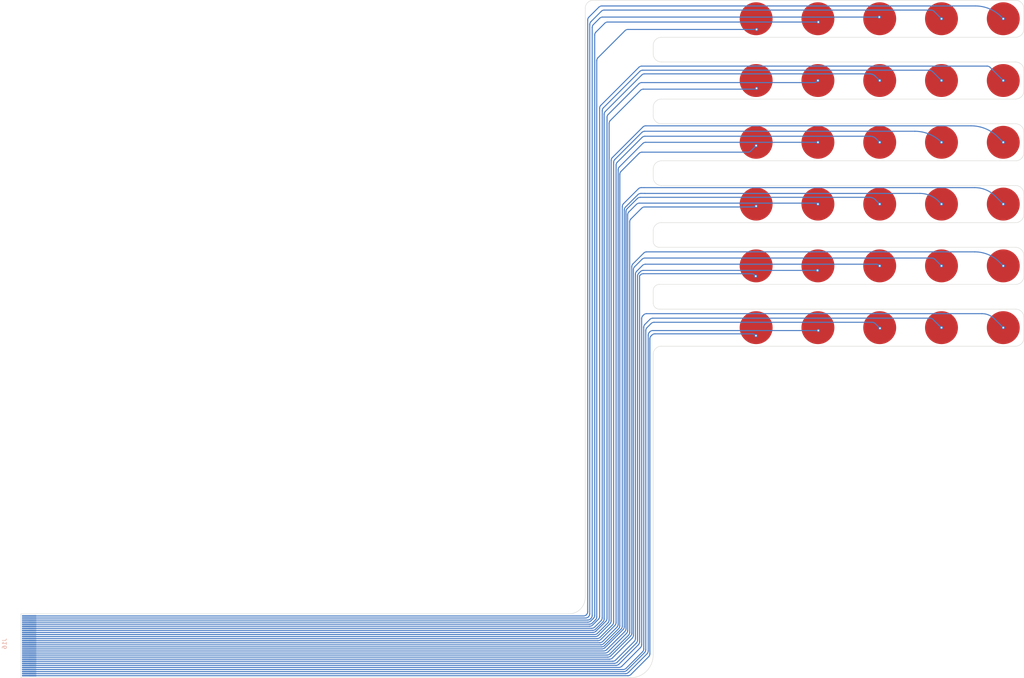
<source format=kicad_pcb>
(kicad_pcb (version 20211014) (generator pcbnew)
  (layers (0 "F.Cu" signal) (31 "B.Cu" signal) (34 "B.Paste" user) (35 "F.Paste" user) (36 "B.SilkS" user "B.Silkscreen") (37 "F.SilkS" user "F.Silkscreen") (38 "B.Mask" user) (39 "F.Mask" user) (44 "Edge.Cuts" user))
  (net 0 "")
  (net 1 "Net-(J1-Pad)")
  (net 2 "Net-(J16-Pad2)")
  (net 3 "Net-(J16-Pad3)")
  (net 4 "Net-(J16-Pad4)")
  (net 5 "Net-(J16-Pad5)")
  (net 6 "Net-(J16-Pad6)")
  (net 7 "Net-(J16-Pad7)")
  (net 8 "Net-(J16-Pad8)")
  (net 9 "Net-(J16-Pad9)")
  (net 10 "Net-(J10-Pad)")
  (net 11 "Net-(J11-Pad)")
  (net 12 "Net-(J12-Pad)")
  (net 13 "Net-(J13-Pad)")
  (net 14 "Net-(J14-Pad)")
  (net 15 "Net-(J15-Pad)")
  (net 16 "Net-(J16-Pad16)")
  (net 17 "Net-(J16-Pad17)")
  (net 18 "Net-(J16-Pad18)")
  (net 19 "Net-(J16-Pad19)")
  (net 20 "Net-(J16-Pad20)")
  (net 21 "Net-(J16-Pad21)")
  (net 22 "Net-(J16-Pad22)")
  (net 23 "Net-(J16-Pad23)")
  (net 24 "Net-(J16-Pad24)")
  (net 25 "Net-(J16-Pad25)")
  (net 26 "Net-(J16-Pad26)")
  (net 27 "Net-(J16-Pad27)")
  (net 28 "Net-(J16-Pad28)")
  (net 29 "Net-(J16-Pad29)")
  (net 30 "Net-(J16-Pad30)")
  (footprint "keigo_custom_footprint:electrode_pad_smd" (layer "F.Cu") (at 275 129.5)
    (fp_text reference "J36" hide)
    (fp_text value "electrode_pad" hide)
    (pad "26" smd circle (at 0 0) (size 8 8) (layers "F.Cu" "F.Mask") (net 26 "Net-(J16-Pad26)"))
  )
  (footprint "keigo_custom_footprint:electrode_pad_smd" (layer "F.Cu") (at 230 54.5)
    (fp_text reference "J3" hide)
    (fp_text value "electrode_pad" hide)
    (pad "4" smd circle (at 0 0) (size 8 8) (layers "F.Cu" "F.Mask") (net 4 "Net-(J16-Pad4)"))
  )
  (footprint "keigo_custom_footprint:electrode_pad_smd" (layer "F.Cu") (at 275 69.5)
    (fp_text reference "J12" hide)
    (fp_text value "electrode_pad" hide)
    (pad "6" smd circle (at 0 0) (size 8 8) (layers "F.Cu" "F.Mask") (net 6 "Net-(J16-Pad6)"))
  )
  (footprint "keigo_custom_footprint:electrode_pad_smd" (layer "F.Cu") (at 230 84.5)
    (fp_text reference "J15" hide)
    (fp_text value "electrode_pad" hide)
    (pad "14" smd circle (at 0 0) (size 8 8) (layers "F.Cu" "F.Mask") (net 14 "Net-(J14-Pad)"))
  )
  (footprint "keigo_custom_footprint:electrode_pad_smd" (layer "F.Cu") (at 275 99.5)
    (fp_text reference "J25" hide)
    (fp_text value "electrode_pad" hide)
    (pad "16" smd circle (at 0 0) (size 8 8) (layers "F.Cu" "F.Mask") (net 16 "Net-(J16-Pad16)"))
  )
  (footprint "keigo_custom_footprint:electrode_pad_smd" (layer "F.Cu") (at 260 129.5)
    (fp_text reference "J35" hide)
    (fp_text value "electrode_pad" hide)
    (pad "27" smd circle (at 0 0) (size 8 8) (layers "F.Cu" "F.Mask") (net 27 "Net-(J16-Pad27)"))
  )
  (footprint "keigo_custom_footprint:electrode_pad_smd" (layer "F.Cu") (at 260 54.5)
    (fp_text reference "J5" hide)
    (fp_text value "electrode_pad" hide)
    (pad "2" smd circle (at 0 0) (size 8 8) (layers "F.Cu" "F.Mask") (net 2 "Net-(J16-Pad2)"))
  )
  (footprint "keigo_custom_footprint:electrode_pad_smd" (layer "F.Cu") (at 245 84.5)
    (fp_text reference "J17" hide)
    (fp_text value "electrode_pad" hide)
    (pad "13" smd circle (at 0 0) (size 8 8) (layers "F.Cu" "F.Mask") (net 13 "Net-(J13-Pad)"))
  )
  (footprint "keigo_custom_footprint:electrode_pad_smd" (layer "F.Cu") (at 230 114.5)
    (fp_text reference "J28" hide)
    (fp_text value "electrode_pad" hide)
    (pad "24" smd circle (at 0 0) (size 8 8) (layers "F.Cu" "F.Mask") (net 24 "Net-(J16-Pad24)"))
  )
  (footprint "keigo_custom_footprint:electrode_pad_smd" (layer "F.Cu") (at 215 84.5)
    (fp_text reference "J14" hide)
    (fp_text value "electrode_pad" hide)
    (pad "15" smd circle (at 0 0) (size 8 8) (layers "F.Cu" "F.Mask") (net 15 "Net-(J15-Pad)"))
  )
  (footprint "keigo_custom_footprint:electrode_pad_smd" (layer "F.Cu") (at 230 69.5)
    (fp_text reference "J9" hide)
    (fp_text value "electrode_pad" hide)
    (pad "9" smd circle (at 0 0) (size 8 8) (layers "F.Cu" "F.Mask") (net 9 "Net-(J16-Pad9)"))
  )
  (footprint "keigo_custom_footprint:electrode_pad_smd" (layer "F.Cu") (at 215 114.5)
    (fp_text reference "J27" hide)
    (fp_text value "electrode_pad" hide)
    (pad "25" smd circle (at 0 0) (size 8 8) (layers "F.Cu" "F.Mask") (net 25 "Net-(J16-Pad25)"))
  )
  (footprint "keigo_custom_footprint:electrode_pad_smd" (layer "F.Cu") (at 215 99.5)
    (fp_text reference "J21" hide)
    (fp_text value "electrode_pad" hide)
    (pad "20" smd circle (at 0 0) (size 8 8) (layers "F.Cu" "F.Mask") (net 20 "Net-(J16-Pad20)"))
  )
  (footprint "keigo_custom_footprint:electrode_pad_smd" (layer "F.Cu") (at 215 129.5)
    (fp_text reference "J32" hide)
    (fp_text value "electrode_pad" hide)
    (pad "30" smd circle (at 0 0) (size 8 8) (layers "F.Cu" "F.Mask") (net 30 "Net-(J16-Pad30)"))
  )
  (footprint "keigo_custom_footprint:electrode_pad_smd" (layer "F.Cu") (at 260 99.5)
    (fp_text reference "J24" hide)
    (fp_text value "electrode_pad" hide)
    (pad "17" smd circle (at 0 0) (size 8 8) (layers "F.Cu" "F.Mask") (net 17 "Net-(J16-Pad17)"))
  )
  (footprint "keigo_custom_footprint:electrode_pad_smd" (layer "F.Cu") (at 230 129.5)
    (fp_text reference "J33" hide)
    (fp_text value "electrode_pad" hide)
    (pad "29" smd circle (at 0 0) (size 8 8) (layers "F.Cu" "F.Mask") (net 29 "Net-(J16-Pad29)"))
  )
  (footprint "keigo_custom_footprint:electrode_pad_smd" (layer "F.Cu") (at 275 84.5)
    (fp_text reference "J19" hide)
    (fp_text value "electrode_pad" hide)
    (pad "11" smd circle (at 0 0) (size 8 8) (layers "F.Cu" "F.Mask") (net 11 "Net-(J11-Pad)"))
  )
  (footprint "keigo_custom_footprint:electrode_pad_smd" (layer "F.Cu") (at 260 84.5)
    (fp_text reference "J18" hide)
    (fp_text value "electrode_pad" hide)
    (pad "12" smd circle (at 0 0) (size 8 8) (layers "F.Cu" "F.Mask") (net 12 "Net-(J12-Pad)"))
  )
  (footprint "keigo_custom_footprint:electrode_pad_smd" (layer "F.Cu") (at 275 114.5)
    (fp_text reference "J31" hide)
    (fp_text value "electrode_pad" hide)
    (pad "21" smd circle (at 0 0) (size 8 8) (layers "F.Cu" "F.Mask") (net 21 "Net-(J16-Pad21)"))
  )
  (footprint "keigo_custom_footprint:electrode_pad_smd" (layer "F.Cu") (at 260 69.5)
    (fp_text reference "J11" hide)
    (fp_text value "electrode_pad" hide)
    (pad "7" smd circle (at 0 0) (size 8 8) (layers "F.Cu" "F.Mask") (net 7 "Net-(J16-Pad7)"))
  )
  (footprint "keigo_custom_footprint:electrode_pad_smd" (layer "F.Cu") (at 230 99.5)
    (fp_text reference "J22" hide)
    (fp_text value "electrode_pad" hide)
    (pad "19" smd circle (at 0 0) (size 8 8) (layers "F.Cu" "F.Mask") (net 19 "Net-(J16-Pad19)"))
  )
  (footprint "keigo_custom_footprint:electrode_pad_smd" (layer "F.Cu") (at 245 129.5)
    (fp_text reference "J34" hide)
    (fp_text value "electrode_pad" hide)
    (pad "28" smd circle (at 0 0) (size 8 8) (layers "F.Cu" "F.Mask") (net 28 "Net-(J16-Pad28)"))
  )
  (footprint "keigo_custom_footprint:electrode_pad_smd" (layer "F.Cu") (at 245 54.5)
    (fp_text reference "J4" hide)
    (fp_text value "electrode_pad" hide)
    (pad "3" smd circle (at 0 0) (size 8 8) (layers "F.Cu" "F.Mask") (net 3 "Net-(J16-Pad3)"))
  )
  (footprint "keigo_custom_footprint:electrode_pad_smd" (layer "F.Cu") (at 260 114.5)
    (fp_text reference "J30" hide)
    (fp_text value "electrode_pad" hide)
    (pad "22" smd circle (at 0 0) (size 8 8) (layers "F.Cu" "F.Mask") (net 22 "Net-(J16-Pad22)"))
  )
  (footprint "keigo_custom_footprint:electrode_pad_smd" (layer "F.Cu") (at 215 69.5)
    (fp_text reference "J8" hide)
    (fp_text value "electrode_pad" hide)
    (pad "10" smd circle (at 0 0) (size 8 8) (layers "F.Cu" "F.Mask") (net 10 "Net-(J10-Pad)"))
  )
  (footprint "keigo_custom_footprint:electrode_pad_smd" (layer "F.Cu") (at 275 54.5)
    (fp_text reference "J6" hide)
    (fp_text value "electrode_pad" hide)
    (pad "1" smd circle (at 0 0) (size 8 8) (layers "F.Cu" "F.Mask") (net 1 "Net-(J1-Pad)"))
  )
  (footprint "keigo_custom_footprint:electrode_pad_smd" (layer "F.Cu") (at 245 114.5)
    (fp_text reference "J29" hide)
    (fp_text value "electrode_pad" hide)
    (pad "23" smd circle (at 0 0) (size 8 8) (layers "F.Cu" "F.Mask") (net 23 "Net-(J16-Pad23)"))
  )
  (footprint "keigo_custom_footprint:electrode_pad_smd" (layer "F.Cu") (at 215 54.5)
    (fp_text reference "J2" hide)
    (fp_text value "electrode_pad" hide)
    (pad "5" smd circle (at 0 0) (size 8 8) (layers "F.Cu" "F.Mask") (net 5 "Net-(J16-Pad5)"))
  )
  (footprint "keigo_custom_footprint:electrode_pad_smd" (layer "F.Cu") (at 245 69.5)
    (fp_text reference "J10" hide)
    (fp_text value "electrode_pad" hide)
    (pad "8" smd circle (at 0 0) (size 8 8) (layers "F.Cu" "F.Mask") (net 8 "Net-(J16-Pad8)"))
  )
  (footprint "keigo_custom_footprint:electrode_pad_smd" (layer "F.Cu") (at 245 99.5)
    (fp_text reference "J23" hide)
    (fp_text value "electrode_pad" hide)
    (pad "18" smd circle (at 0 0) (size 8 8) (layers "F.Cu" "F.Mask") (net 18 "Net-(J16-Pad18)"))
  )
  (footprint "keigo_custom_footprint:flex_hirose_30" (layer "B.Cu") (at 38.5 206.25 -90)
    (fp_text reference "J16" (at 0 6 90 unlocked) (layer "B.SilkS") (effects (justify mirror)))
    (fp_text value "flex_terminal_11")
    (fp_line (start -7.25 2) (end 8.25 2) (layer "Edge.Cuts") (width 0.1))
    (fp_line (start 8.25 2) (end 8.25 -1.75) (layer "Edge.Cuts") (width 0.1))
    (fp_line (start -7.25 -1.75) (end -7.25 2) (layer "Edge.Cuts") (width 0.1))
    (pad "1" smd roundrect (at -6.75 0 90) (size 0.35 3.5) (layers "B.Cu" "B.Paste" "B.Mask") (net 1 "Net-(J1-Pad)"))
    (pad "2" smd roundrect (at -6.25 0 90) (size 0.35 3.5) (layers "B.Cu" "B.Paste" "B.Mask") (net 2 "Net-(J16-Pad2)"))
    (pad "3" smd roundrect (at -5.75 0 90) (size 0.35 3.5) (layers "B.Cu" "B.Paste" "B.Mask") (net 3 "Net-(J16-Pad3)"))
    (pad "4" smd roundrect (at -5.25 0 90) (size 0.35 3.5) (layers "B.Cu" "B.Paste" "B.Mask") (net 4 "Net-(J16-Pad4)"))
    (pad "5" smd roundrect (at -4.75 0 90) (size 0.35 3.5) (layers "B.Cu" "B.Paste" "B.Mask") (net 5 "Net-(J16-Pad5)"))
    (pad "6" smd roundrect (at -4.25 0 90) (size 0.35 3.5) (layers "B.Cu" "B.Paste" "B.Mask") (net 6 "Net-(J16-Pad6)"))
    (pad "7" smd roundrect (at -3.75 0 90) (size 0.35 3.5) (layers "B.Cu" "B.Paste" "B.Mask") (net 7 "Net-(J16-Pad7)"))
    (pad "8" smd roundrect (at -3.25 0 90) (size 0.35 3.5) (layers "B.Cu" "B.Paste" "B.Mask") (net 8 "Net-(J16-Pad8)"))
    (pad "9" smd roundrect (at -2.75 0 90) (size 0.35 3.5) (layers "B.Cu" "B.Paste" "B.Mask") (net 9 "Net-(J16-Pad9)"))
    (pad "10" smd roundrect (at -2.25 0 90) (size 0.35 3.5) (layers "B.Cu" "B.Paste" "B.Mask") (net 10 "Net-(J10-Pad)"))
    (pad "11" smd roundrect (at -1.75 0 90) (size 0.35 3.5) (layers "B.Cu" "B.Paste" "B.Mask") (net 11 "Net-(J11-Pad)"))
    (pad "12" smd roundrect (at -1.25 0 90) (size 0.35 3.5) (layers "B.Cu" "B.Paste" "B.Mask") (net 12 "Net-(J12-Pad)"))
    (pad "13" smd roundrect (at -0.75 0 90) (size 0.35 3.5) (layers "B.Cu" "B.Paste" "B.Mask") (net 13 "Net-(J13-Pad)"))
    (pad "14" smd roundrect (at -0.25 0 90) (size 0.35 3.5) (layers "B.Cu" "B.Paste" "B.Mask") (net 14 "Net-(J14-Pad)"))
    (pad "15" smd roundrect (at 0.25 0 90) (size 0.35 3.5) (layers "B.Cu" "B.Paste" "B.Mask") (net 15 "Net-(J15-Pad)"))
    (pad "16" smd roundrect (at 0.75 0 90) (size 0.35 3.5) (layers "B.Cu" "B.Paste" "B.Mask") (net 16 "Net-(J16-Pad16)"))
    (pad "17" smd roundrect (at 1.25 0 90) (size 0.35 3.5) (layers "B.Cu" "B.Paste" "B.Mask") (net 17 "Net-(J16-Pad17)"))
    (pad "18" smd roundrect (at 1.75 0 90) (size 0.35 3.5) (layers "B.Cu" "B.Paste" "B.Mask") (net 18 "Net-(J16-Pad18)"))
    (pad "19" smd roundrect (at 2.25 0 90) (size 0.35 3.5) (layers "B.Cu" "B.Paste" "B.Mask") (net 19 "Net-(J16-Pad19)"))
    (pad "20" smd roundrect (at 2.75 0 90) (size 0.35 3.5) (layers "B.Cu" "B.Paste" "B.Mask") (net 20 "Net-(J16-Pad20)"))
    (pad "21" smd roundrect (at 3.25 0 90) (size 0.35 3.5) (layers "B.Cu" "B.Paste" "B.Mask") (net 21 "Net-(J16-Pad21)"))
    (pad "22" smd roundrect (at 3.75 0 90) (size 0.35 3.5) (layers "B.Cu" "B.Paste" "B.Mask") (net 22 "Net-(J16-Pad22)"))
    (pad "23" smd roundrect (at 4.25 0 90) (size 0.35 3.5) (layers "B.Cu" "B.Paste" "B.Mask") (net 23 "Net-(J16-Pad23)"))
    (pad "24" smd roundrect (at 4.75 0 90) (size 0.35 3.5) (layers "B.Cu" "B.Paste" "B.Mask") (net 24 "Net-(J16-Pad24)"))
    (pad "25" smd roundrect (at 5.25 0 90) (size 0.35 3.5) (layers "B.Cu" "B.Paste" "B.Mask") (net 25 "Net-(J16-Pad25)"))
    (pad "26" smd roundrect (at 5.75 0 90) (size 0.35 3.5) (layers "B.Cu" "B.Paste" "B.Mask") (net 26 "Net-(J16-Pad26)"))
    (pad "27" smd roundrect (at 6.25 0 90) (size 0.35 3.5) (layers "B.Cu" "B.Paste" "B.Mask") (net 27 "Net-(J16-Pad27)"))
    (pad "28" smd roundrect (at 6.75 0 90) (size 0.35 3.5) (layers "B.Cu" "B.Paste" "B.Mask") (net 28 "Net-(J16-Pad28)"))
    (pad "29" smd roundrect (at 7.25 0 90) (size 0.35 3.5) (layers "B.Cu" "B.Paste" "B.Mask") (net 29 "Net-(J16-Pad29)"))
    (pad "30" smd roundrect (at 7.75 0 90) (size 0.35 3.5) (layers "B.Cu" "B.Paste" "B.Mask") (net 30 "Net-(J16-Pad30)"))
  )
  (gr_arc (start 191.5 125) (mid 190.43934 124.56066) (end 190 123.5) (layer "Edge.Cuts") (width 0.1))
  (gr_arc (start 190 209) (mid 188.389087 212.889087) (end 184.5 214.5) (layer "Edge.Cuts") (width 0.1))
  (gr_line (start 190 106) (end 190 108.5) (layer "Edge.Cuts") (width 0.1))
  (gr_line (start 280 97) (end 280 102) (layer "Edge.Cuts") (width 0.1))
  (gr_arc (start 278 50) (mid 279.414214 50.585786) (end 280 52) (layer "Edge.Cuts") (width 0.1))
  (gr_line (start 175.5 50) (end 278 50) (layer "Edge.Cuts") (width 0.1))
  (gr_line (start 191.5 110) (end 278 110) (layer "Edge.Cuts") (width 0.1))
  (gr_arc (start 278 95) (mid 279.414214 95.585786) (end 280 97) (layer "Edge.Cuts") (width 0.1))
  (gr_line (start 190 61) (end 190 63) (layer "Edge.Cuts") (width 0.1))
  (gr_arc (start 280 102) (mid 279.414214 103.414214) (end 278 104) (layer "Edge.Cuts") (width 0.1))
  (gr_line (start 280 82) (end 280 87) (layer "Edge.Cuts") (width 0.1))
  (gr_line (start 169.5 199) (end 40.25 199) (layer "Edge.Cuts") (width 0.1))
  (gr_arc (start 280 132) (mid 279.414214 133.414214) (end 278 134) (layer "Edge.Cuts") (width 0.1))
  (gr_line (start 190 136) (end 190 209) (layer "Edge.Cuts") (width 0.1))
  (gr_line (start 173.5 195) (end 173.5 52) (layer "Edge.Cuts") (width 0.1))
  (gr_arc (start 173.5 52) (mid 174.085786 50.585786) (end 175.5 50) (layer "Edge.Cuts") (width 0.1))
  (gr_line (start 280 112) (end 280 117) (layer "Edge.Cuts") (width 0.1))
  (gr_line (start 192 80) (end 278 80) (layer "Edge.Cuts") (width 0.1))
  (gr_arc (start 278 110) (mid 279.414214 110.585786) (end 280 112) (layer "Edge.Cuts") (width 0.1))
  (gr_arc (start 280 72) (mid 279.414214 73.414214) (end 278 74) (layer "Edge.Cuts") (width 0.1))
  (gr_arc (start 280 117) (mid 279.414214 118.414214) (end 278 119) (layer "Edge.Cuts") (width 0.1))
  (gr_line (start 190 91) (end 190 93) (layer "Edge.Cuts") (width 0.1))
  (gr_line (start 278 134) (end 192 134) (layer "Edge.Cuts") (width 0.1))
  (gr_line (start 278 119) (end 191.5 119) (layer "Edge.Cuts") (width 0.1))
  (gr_line (start 190 120.5) (end 190 123.5) (layer "Edge.Cuts") (width 0.1))
  (gr_arc (start 278 80) (mid 279.414214 80.585786) (end 280 82) (layer "Edge.Cuts") (width 0.1))
  (gr_line (start 191.5 125) (end 278 125) (layer "Edge.Cuts") (width 0.1))
  (gr_arc (start 190 120.5) (mid 190.43934 119.43934) (end 191.5 119) (layer "Edge.Cuts") (width 0.1))
  (gr_arc (start 280 87) (mid 279.414214 88.414214) (end 278 89) (layer "Edge.Cuts") (width 0.1))
  (gr_arc (start 192 95) (mid 190.585786 94.414214) (end 190 93) (layer "Edge.Cuts") (width 0.1))
  (gr_arc (start 190 136) (mid 190.585786 134.585786) (end 192 134) (layer "Edge.Cuts") (width 0.1))
  (gr_line (start 278 74) (end 192 74) (layer "Edge.Cuts") (width 0.1))
  (gr_arc (start 278 125) (mid 279.414214 125.585786) (end 280 127) (layer "Edge.Cuts") (width 0.1))
  (gr_arc (start 192 65) (mid 190.585786 64.414214) (end 190 63) (layer "Edge.Cuts") (width 0.1))
  (gr_line (start 278 104) (end 192 104) (layer "Edge.Cuts") (width 0.1))
  (gr_arc (start 280 57) (mid 279.414214 58.414214) (end 278 59) (layer "Edge.Cuts") (width 0.1))
  (gr_arc (start 173.5 195) (mid 172.328427 197.828427) (end 169.5 199) (layer "Edge.Cuts") (width 0.1))
  (gr_arc (start 190 106) (mid 190.585786 104.585786) (end 192 104) (layer "Edge.Cuts") (width 0.1))
  (gr_arc (start 190 91) (mid 190.585786 89.585786) (end 192 89) (layer "Edge.Cuts") (width 0.1))
  (gr_line (start 192 95) (end 278 95) (layer "Edge.Cuts") (width 0.1))
  (gr_line (start 280 127) (end 280 132) (layer "Edge.Cuts") (width 0.1))
  (gr_arc (start 190 76) (mid 190.585786 74.585786) (end 192 74) (layer "Edge.Cuts") (width 0.1))
  (gr_line (start 190 76) (end 190 78) (layer "Edge.Cuts") (width 0.1))
  (gr_arc (start 192 80) (mid 190.585786 79.414214) (end 190 78) (layer "Edge.Cuts") (width 0.1))
  (gr_line (start 280 52) (end 280 57) (layer "Edge.Cuts") (width 0.1))
  (gr_arc (start 191.5 110) (mid 190.43934 109.56066) (end 190 108.5) (layer "Edge.Cuts") (width 0.1))
  (gr_line (start 184.5 214.5) (end 40.25 214.5) (layer "Edge.Cuts") (width 0.1))
  (gr_arc (start 190 61) (mid 190.585786 59.585786) (end 192 59) (layer "Edge.Cuts") (width 0.1))
  (gr_line (start 278 59) (end 192 59) (layer "Edge.Cuts") (width 0.1))
  (gr_line (start 278 89) (end 192 89) (layer "Edge.Cuts") (width 0.1))
  (gr_line (start 192 65) (end 278 65) (layer "Edge.Cuts") (width 0.1))
  (gr_arc (start 278 65) (mid 279.414214 65.585786) (end 280 67) (layer "Edge.Cuts") (width 0.1))
  (gr_line (start 280 67) (end 280 72) (layer "Edge.Cuts") (width 0.1))
  (via (at 275 54.5) (size 0.8) (drill 0.4) (layers "F.Cu" "B.Cu") (net 1))
  (segment (start 174.1 198.485786) (end 174.1 54.814214) (width 0.25) (layer "B.Cu") (net 1))
  (segment (start 177.535535 51.392893) (end 268.20123 51.392893) (width 0.25) (layer "B.Cu") (net 1))
  (segment (start 174.392893 54.107107) (end 176.814214 51.685786) (width 0.25) (layer "B.Cu") (net 1))
  (segment (start 38.5 199.5) (end 173.085786 199.5) (width 0.25) (layer "B.Cu") (net 1))
  (segment (start 173.792893 199.207107) (end 173.807107 199.192893) (width 0.25) (layer "B.Cu") (net 1))
  (segment (start 176.814214 51.685786) (end 176.828428 51.685786) (width 0.25) (layer "B.Cu") (net 1))
  (segment (start 274.503294 54.003294) (end 275 54.5) (width 0.25) (layer "B.Cu") (net 1))
  (arc (start 173.085786 199.5) (mid 173.468469 199.42388) (end 173.792893 199.207107) (width 0.25) (layer "B.Cu") (net 1))
  (arc (start 268.20123 51.392893) (mid 271.611883 52.071314) (end 274.503294 54.003294) (width 0.25) (layer "B.Cu") (net 1))
  (arc (start 176.828428 51.685786) (mid 177.152844 51.469002) (end 177.535535 51.392893) (width 0.25) (layer "B.Cu") (net 1))
  (arc (start 173.807107 199.192893) (mid 174.023875 198.868469) (end 174.1 198.485786) (width 0.25) (layer "B.Cu") (net 1))
  (arc (start 174.392893 54.107107) (mid 174.17612 54.43153) (end 174.1 54.814214) (width 0.25) (layer "B.Cu") (net 1))
  (via (at 260 54.5) (size 0.8) (drill 0.4) (layers "F.Cu" "B.Cu") (net 2))
  (segment (start 174.307107 199.692893) (end 174.292893 199.707107) (width 0.25) (layer "B.Cu") (net 2))
  (segment (start 175 55.1) (end 174.892893 55.207107) (width 0.25) (layer "B.Cu") (net 2))
  (segment (start 173.585786 200) (end 38.5 200) (width 0.25) (layer "B.Cu") (net 2))
  (segment (start 260 54.5) (end 258.192893 52.692893) (width 0.25) (layer "B.Cu") (net 2))
  (segment (start 177.407107 52.692893) (end 174.992893 55.107107) (width 0.25) (layer "B.Cu") (net 2))
  (segment (start 257.485786 52.4) (end 178.114214 52.4) (width 0.25) (layer "B.Cu") (net 2))
  (segment (start 174.6 55.914214) (end 174.6 198.985786) (width 0.25) (layer "B.Cu") (net 2))
  (arc (start 258.192893 52.692893) (mid 257.868469 52.47612) (end 257.485786 52.4) (width 0.25) (layer "B.Cu") (net 2))
  (arc (start 174.292893 199.707107) (mid 173.96847 199.92388) (end 173.585786 200) (width 0.25) (layer "B.Cu") (net 2))
  (arc (start 178.114214 52.4) (mid 177.731531 52.47612) (end 177.407107 52.692893) (width 0.25) (layer "B.Cu") (net 2))
  (arc (start 174.6 55.914214) (mid 174.67612 55.531531) (end 174.892893 55.207107) (width 0.25) (layer "B.Cu") (net 2))
  (arc (start 174.6 198.985786) (mid 174.52388 199.36847) (end 174.307107 199.692893) (width 0.25) (layer "B.Cu") (net 2))
  (via (at 244.9 54.1) (size 0.8) (drill 0.4) (layers "F.Cu" "B.Cu") (net 3))
  (segment (start 175.492893 55.907107) (end 177.007107 54.392893) (width 0.25) (layer "B.Cu") (net 3))
  (segment (start 177.714214 54.1) (end 244.9 54.1) (width 0.25) (layer "B.Cu") (net 3))
  (segment (start 174.792893 200.207107) (end 174.907107 200.092893) (width 0.25) (layer "B.Cu") (net 3))
  (segment (start 175.2 199.385786) (end 175.2 56.614214) (width 0.25) (layer "B.Cu") (net 3))
  (segment (start 38.5 200.5) (end 174.085786 200.5) (width 0.25) (layer "B.Cu") (net 3))
  (arc (start 174.085786 200.5) (mid 174.468469 200.42388) (end 174.792893 200.207107) (width 0.25) (layer "B.Cu") (net 3))
  (arc (start 175.2 56.614214) (mid 175.27612 56.231531) (end 175.492893 55.907107) (width 0.25) (layer "B.Cu") (net 3))
  (arc (start 177.714214 54.1) (mid 177.331531 54.17612) (end 177.007107 54.392893) (width 0.25) (layer "B.Cu") (net 3))
  (arc (start 175.2 199.385786) (mid 175.12388 199.768469) (end 174.907107 200.092893) (width 0.25) (layer "B.Cu") (net 3))
  (via (at 230.1 55.3) (size 0.8) (drill 0.4) (layers "F.Cu" "B.Cu") (net 4))
  (segment (start 38.5 201) (end 174.150766 201) (width 0.25) (layer "B.Cu") (net 4))
  (segment (start 175.8 199.350766) (end 175.8 58.452641) (width 0.25) (layer "B.Cu") (net 4))
  (segment (start 178.952641 55.3) (end 230.1 55.3) (width 0.25) (layer "B.Cu") (net 4))
  (segment (start 174.857873 200.707107) (end 175.507107 200.057873) (width 0.25) (layer "B.Cu") (net 4))
  (segment (start 176.092893 57.745534) (end 178.245534 55.592893) (width 0.25) (layer "B.Cu") (net 4))
  (arc (start 174.150766 201) (mid 174.533449 200.92388) (end 174.857873 200.707107) (width 0.25) (layer "B.Cu") (net 4))
  (arc (start 175.507107 200.057873) (mid 175.72388 199.73345) (end 175.8 199.350766) (width 0.25) (layer "B.Cu") (net 4))
  (arc (start 176.092893 57.745534) (mid 175.87612 58.069957) (end 175.8 58.452641) (width 0.25) (layer "B.Cu") (net 4))
  (arc (start 178.245534 55.592893) (mid 178.569957 55.37612) (end 178.952641 55.3) (width 0.25) (layer "B.Cu") (net 4))
  (via (at 215.1 57.1) (size 0.8) (drill 0.4) (layers "F.Cu" "B.Cu") (net 5))
  (segment (start 176.3 199.720806) (end 176.3 64.672641) (width 0.25) (layer "B.Cu") (net 5))
  (segment (start 176.592893 63.965534) (end 183.165534 57.392893) (width 0.25) (layer "B.Cu") (net 5))
  (segment (start 183.872641 57.1) (end 215.1 57.1) (width 0.25) (layer "B.Cu") (net 5))
  (segment (start 38.5 201.5) (end 174.520806 201.5) (width 0.25) (layer "B.Cu") (net 5))
  (segment (start 175.227913 201.207107) (end 176.007107 200.427913) (width 0.25) (layer "B.Cu") (net 5))
  (arc (start 176.007107 200.427913) (mid 176.22388 200.10349) (end 176.3 199.720806) (width 0.25) (layer "B.Cu") (net 5))
  (arc (start 183.872641 57.1) (mid 183.489958 57.17612) (end 183.165534 57.392893) (width 0.25) (layer "B.Cu") (net 5))
  (arc (start 176.3 64.672641) (mid 176.37612 64.289958) (end 176.592893 63.965534) (width 0.25) (layer "B.Cu") (net 5))
  (arc (start 174.520806 201.5) (mid 174.903489 201.42388) (end 175.227913 201.207107) (width 0.25) (layer "B.Cu") (net 5))
  (via (at 275 69.5) (size 0.8) (drill 0.4) (layers "F.Cu" "B.Cu") (net 6))
  (segment (start 174.585786 202) (end 38.5 202) (width 0.25) (layer "B.Cu") (net 6))
  (segment (start 186.525534 66.292893) (end 177.292893 75.525534) (width 0.25) (layer "B.Cu") (net 6))
  (segment (start 275 69.5) (end 271.792893 66.292893) (width 0.25) (layer "B.Cu") (net 6))
  (segment (start 177 76.232641) (end 177 199.585786) (width 0.25) (layer "B.Cu") (net 6))
  (segment (start 176.707107 200.292893) (end 175.292893 201.707107) (width 0.25) (layer "B.Cu") (net 6))
  (segment (start 271.085786 66) (end 187.232641 66) (width 0.25) (layer "B.Cu") (net 6))
  (arc (start 271.792893 66.292893) (mid 271.46847 66.07612) (end 271.085786 66) (width 0.25) (layer "B.Cu") (net 6))
  (arc (start 176.707107 200.292893) (mid 176.92388 199.96847) (end 177 199.585786) (width 0.25) (layer "B.Cu") (net 6))
  (arc (start 175.292893 201.707107) (mid 174.96847 201.92388) (end 174.585786 202) (width 0.25) (layer "B.Cu") (net 6))
  (arc (start 177.292893 75.525534) (mid 177.07612 75.849957) (end 177 76.232641) (width 0.25) (layer "B.Cu") (net 6))
  (arc (start 186.525534 66.292893) (mid 186.849957 66.07612) (end 187.232641 66) (width 0.25) (layer "B.Cu") (net 6))
  (via (at 260 69.5) (size 0.8) (drill 0.4) (layers "F.Cu" "B.Cu") (net 7))
  (segment (start 260 69.5) (end 257.792893 67.292893) (width 0.25) (layer "B.Cu") (net 7))
  (segment (start 186.745534 67.292893) (end 177.928412 76.110015) (width 0.25) (layer "B.Cu") (net 7))
  (segment (start 177.342626 200.657374) (end 175.792893 202.207107) (width 0.25) (layer "B.Cu") (net 7))
  (segment (start 175.085786 202.5) (end 38.5 202.5) (width 0.25) (layer "B.Cu") (net 7))
  (segment (start 257.085786 67) (end 187.452641 67) (width 0.25) (layer "B.Cu") (net 7))
  (segment (start 177.635519 76.817122) (end 177.635519 199.950267) (width 0.25) (layer "B.Cu") (net 7))
  (arc (start 186.745534 67.292893) (mid 187.069957 67.07612) (end 187.452641 67) (width 0.25) (layer "B.Cu") (net 7))
  (arc (start 177.928412 76.110015) (mid 177.711639 76.434438) (end 177.635519 76.817122) (width 0.25) (layer "B.Cu") (net 7))
  (arc (start 175.085786 202.5) (mid 175.468469 202.42388) (end 175.792893 202.207107) (width 0.25) (layer "B.Cu") (net 7))
  (arc (start 257.792893 67.292893) (mid 257.46847 67.07612) (end 257.085786 67) (width 0.25) (layer "B.Cu") (net 7))
  (arc (start 177.635519 199.950267) (mid 177.559399 200.33295) (end 177.342626 200.657374) (width 0.25) (layer "B.Cu") (net 7))
  (via (at 245 69.5) (size 0.8) (drill 0.4) (layers "F.Cu" "B.Cu") (net 8))
  (segment (start 178.1 77.702641) (end 178.1 200.220806) (width 0.25) (layer "B.Cu") (net 8))
  (segment (start 243.825638 68.33909) (end 243.716031 68.254988) (width 0.25) (layer "B.Cu") (net 8))
  (segment (start 175.320806 203) (end 38.5 203) (width 0.25) (layer "B.Cu") (net 8))
  (segment (start 177.807107 200.927913) (end 176.027913 202.707107) (width 0.25) (layer "B.Cu") (net 8))
  (segment (start 243.131903 67.966935) (end 243.005524 67.933074) (width 0.25) (layer "B.Cu") (net 8))
  (segment (start 187.215534 68.172893) (end 178.392893 76.995534) (width 0.25) (layer "B.Cu") (net 8))
  (segment (start 243.376645 68.059048) (end 243.255772 68.008982) (width 0.25) (layer "B.Cu") (net 8))
  (segment (start 242.544219 67.88) (end 187.922641 67.88) (width 0.25) (layer "B.Cu") (net 8))
  (segment (start 242.877235 67.907558) (end 242.740191 67.889517) (width 0.25) (layer "B.Cu") (net 8))
  (segment (start 243.960552 68.460703) (end 243.9136 68.415102) (width 0.25) (layer "B.Cu") (net 8))
  (segment (start 243.607272 68.182319) (end 243.493965 68.116902) (width 0.25) (layer "B.Cu") (net 8))
  (segment (start 242.624387 67.881071) (end 242.558926 67.880108) (width 0.25) (layer "B.Cu") (net 8))
  (segment (start 245 69.5) (end 243.970946 68.470946) (width 0.25) (layer "B.Cu") (net 8))
  (arc (start 187.215534 68.172893) (mid 187.539957 67.95612) (end 187.922641 67.88) (width 0.25) (layer "B.Cu") (net 8))
  (arc (start 178.1 200.220806) (mid 178.02388 200.603489) (end 177.807107 200.927913) (width 0.25) (layer "B.Cu") (net 8))
  (arc (start 243.376645 68.059048) (mid 243.436252 68.086055) (end 243.493965 68.116902) (width 0.25) (layer "B.Cu") (net 8))
  (arc (start 243.970946 68.470946) (mid 243.965768 68.465805) (end 243.960552 68.460703) (width 0.25) (layer "B.Cu") (net 8))
  (arc (start 243.255772 68.008982) (mid 243.194526 67.985931) (end 243.131903 67.966935) (width 0.25) (layer "B.Cu") (net 8))
  (arc (start 242.558926 67.880108) (mid 242.551573 67.880027) (end 242.544219 67.88) (width 0.25) (layer "B.Cu") (net 8))
  (arc (start 176.027913 202.707107) (mid 175.70349 202.92388) (end 175.320806 203) (width 0.25) (layer "B.Cu") (net 8))
  (arc (start 178.392893 76.995534) (mid 178.17612 77.319957) (end 178.1 77.702641) (width 0.25) (layer "B.Cu") (net 8))
  (arc (start 243.716031 68.254988) (mid 243.662841 68.216873) (end 243.607272 68.182319) (width 0.25) (layer "B.Cu") (net 8))
  (arc (start 242.740191 67.889517) (mid 242.682412 67.883612) (end 242.624387 67.881071) (width 0.25) (layer "B.Cu") (net 8))
  (arc (start 243.825638 68.33909) (mid 243.870725 68.375817) (end 243.9136 68.415102) (width 0.25) (layer "B.Cu") (net 8))
  (arc (start 242.877235 67.907558) (mid 242.941797 67.918216) (end 243.005524 67.933074) (width 0.25) (layer "B.Cu") (net 8))
  (via (at 230 69.5) (size 0.8) (drill 0.4) (layers "F.Cu" "B.Cu") (net 9))
  (segment (start 175.385786 203.5) (end 38.5 203.5) (width 0.25) (layer "B.Cu") (net 9))
  (segment (start 178.507107 200.792893) (end 176.092893 203.207107) (width 0.25) (layer "B.Cu") (net 9))
  (segment (start 178.8 78.432641) (end 178.8 200.085786) (width 0.25) (layer "B.Cu") (net 9))
  (segment (start 230 69.5) (end 229.792893 69.707107) (width 0.25) (layer "B.Cu") (net 9))
  (segment (start 186.525534 70.292893) (end 179.092893 77.725534) (width 0.25) (layer "B.Cu") (net 9))
  (segment (start 229.085786 70) (end 187.232641 70) (width 0.25) (layer "B.Cu") (net 9))
  (arc (start 229.792893 69.707107) (mid 229.46847 69.92388) (end 229.085786 70) (width 0.25) (layer "B.Cu") (net 9))
  (arc (start 179.092893 77.725534) (mid 178.87612 78.049957) (end 178.8 78.432641) (width 0.25) (layer "B.Cu") (net 9))
  (arc (start 178.507107 200.792893) (mid 178.72388 200.46847) (end 178.8 200.085786) (width 0.25) (layer "B.Cu") (net 9))
  (arc (start 187.232641 70) (mid 186.849958 70.07612) (end 186.525534 70.292893) (width 0.25) (layer "B.Cu") (net 9))
  (arc (start 176.092893 203.207107) (mid 175.76847 203.42388) (end 175.385786 203.5) (width 0.25) (layer "B.Cu") (net 9))
  (via (at 215.1 71.4) (size 0.8) (drill 0.4) (layers "F.Cu" "B.Cu") (net 10))
  (segment (start 214.9 71.6) (end 215.1 71.4) (width 0.25) (layer "B.Cu") (net 10))
  (segment (start 176.492893 203.707107) (end 179.007107 201.192893) (width 0.25) (layer "B.Cu") (net 10))
  (segment (start 38.5 204) (end 175.785786 204) (width 0.25) (layer "B.Cu") (net 10))
  (segment (start 187.612641 71.6) (end 214.9 71.6) (width 0.25) (layer "B.Cu") (net 10))
  (segment (start 179.592893 79.205534) (end 186.905534 71.892893) (width 0.25) (layer "B.Cu") (net 10))
  (segment (start 179.3 200.485786) (end 179.3 79.912641) (width 0.25) (layer "B.Cu") (net 10))
  (segment (start 214.875831 71.4) (end 215.1 71.4) (width 0.25) (layer "B.Cu") (net 10))
  (arc (start 179.3 79.912641) (mid 179.37612 79.529958) (end 179.592893 79.205534) (width 0.25) (layer "B.Cu") (net 10))
  (arc (start 179.3 200.485786) (mid 179.22388 200.868469) (end 179.007107 201.192893) (width 0.25) (layer "B.Cu") (net 10))
  (arc (start 187.612641 71.6) (mid 187.229958 71.67612) (end 186.905534 71.892893) (width 0.25) (layer "B.Cu") (net 10))
  (arc (start 176.492893 203.707107) (mid 176.16847 203.92388) (end 175.785786 204) (width 0.25) (layer "B.Cu") (net 10))
  (via (at 275 84.5) (size 0.8) (drill 0.4) (layers "F.Cu" "B.Cu") (net 11))
  (segment (start 188.202641 80.5) (end 267.162479 80.5) (width 0.25) (layer "B.Cu") (net 11))
  (segment (start 38.5 204.5) (end 175.985786 204.5) (width 0.25) (layer "B.Cu") (net 11))
  (segment (start 180.092893 88.195534) (end 187.495534 80.792893) (width 0.25) (layer "B.Cu") (net 11))
  (segment (start 179.8 200.685786) (end 179.8 88.902641) (width 0.25) (layer "B.Cu") (net 11))
  (segment (start 273.713537 83.213537) (end 275 84.5) (width 0.25) (layer "B.Cu") (net 11))
  (segment (start 176.692893 204.207107) (end 179.507107 201.392893) (width 0.25) (layer "B.Cu") (net 11))
  (arc (start 179.507107 201.392893) (mid 179.72388 201.06847) (end 179.8 200.685786) (width 0.25) (layer "B.Cu") (net 11))
  (arc (start 188.202641 80.5) (mid 187.819958 80.57612) (end 187.495534 80.792893) (width 0.25) (layer "B.Cu") (net 11))
  (arc (start 176.692893 204.207107) (mid 176.36847 204.42388) (end 175.985786 204.5) (width 0.25) (layer "B.Cu") (net 11))
  (arc (start 267.162479 80.5) (mid 270.707886 81.205225) (end 273.713537 83.213537) (width 0.25) (layer "B.Cu") (net 11))
  (arc (start 180.092893 88.195534) (mid 179.87612 88.519957) (end 179.8 88.902641) (width 0.25) (layer "B.Cu") (net 11))
  (via (at 260 84.5) (size 0.8) (drill 0.4) (layers "F.Cu" "B.Cu") (net 12))
  (segment (start 187.245534 82.112893) (end 180.692893 88.665534) (width 0.25) (layer "B.Cu") (net 12))
  (segment (start 180.4 89.372641) (end 180.4 200.985786) (width 0.25) (layer "B.Cu") (net 12))
  (segment (start 253.529873 81.82) (end 187.952641 81.82) (width 0.25) (layer "B.Cu") (net 12))
  (segment (start 180.107107 201.692893) (end 177.092893 204.707107) (width 0.25) (layer "B.Cu") (net 12))
  (segment (start 176.385786 205) (end 38.5 205) (width 0.25) (layer "B.Cu") (net 12))
  (arc (start 260 84.5) (mid 257.031493 82.516516) (end 253.529873 81.82) (width 0.25) (layer "B.Cu") (net 12))
  (arc (start 180.4 200.985786) (mid 180.32388 201.368469) (end 180.107107 201.692893) (width 0.25) (layer "B.Cu") (net 12))
  (arc (start 187.952641 81.82) (mid 187.569958 81.89612) (end 187.245534 82.112893) (width 0.25) (layer "B.Cu") (net 12))
  (arc (start 176.385786 205) (mid 176.768469 204.92388) (end 177.092893 204.707107) (width 0.25) (layer "B.Cu") (net 12))
  (arc (start 180.4 89.372641) (mid 180.47612 88.989958) (end 180.692893 88.665534) (width 0.25) (layer "B.Cu") (net 12))
  (via (at 245 84.5) (size 0.8) (drill 0.4) (layers "F.Cu" "B.Cu") (net 13))
  (segment (start 242.701573 83.03) (end 188.002641 83.03) (width 0.25) (layer "B.Cu") (net 13))
  (segment (start 180.707107 201.792893) (end 177.292893 205.207107) (width 0.25) (layer "B.Cu") (net 13))
  (segment (start 245 84.5) (end 244.115787 83.615787) (width 0.25) (layer "B.Cu") (net 13))
  (segment (start 181 90.032641) (end 181 201.085786) (width 0.25) (layer "B.Cu") (net 13))
  (segment (start 176.585786 205.5) (end 38.5 205.5) (width 0.25) (layer "B.Cu") (net 13))
  (segment (start 187.295534 83.322893) (end 181.292893 89.325534) (width 0.25) (layer "B.Cu") (net 13))
  (arc (start 244.115787 83.615787) (mid 243.46694 83.182241) (end 242.701573 83.03) (width 0.25) (layer "B.Cu") (net 13))
  (arc (start 176.585786 205.5) (mid 176.968469 205.42388) (end 177.292893 205.207107) (width 0.25) (layer "B.Cu") (net 13))
  (arc (start 180.707107 201.792893) (mid 180.92388 201.46847) (end 181 201.085786) (width 0.25) (layer "B.Cu") (net 13))
  (arc (start 181.292893 89.325534) (mid 181.07612 89.649957) (end 181 90.032641) (width 0.25) (layer "B.Cu") (net 13))
  (arc (start 187.295534 83.322893) (mid 187.619957 83.10612) (end 188.002641 83.03) (width 0.25) (layer "B.Cu") (net 13))
  (via (at 230 84.5) (size 0.8) (drill 0.4) (layers "F.Cu" "B.Cu") (net 14))
  (segment (start 181.5 91.177661) (end 181.5 201.525866) (width 0.25) (layer "B.Cu") (net 14))
  (segment (start 177.025866 206) (end 38.5 206) (width 0.25) (layer "B.Cu") (net 14))
  (segment (start 187.470554 84.792893) (end 181.792893 90.470554) (width 0.25) (layer "B.Cu") (net 14))
  (segment (start 230 84.5) (end 188.177661 84.5) (width 0.25) (layer "B.Cu") (net 14))
  (segment (start 181.207107 202.232973) (end 177.732973 205.707107) (width 0.25) (layer "B.Cu") (net 14))
  (arc (start 181.792893 90.470554) (mid 181.57612 90.794977) (end 181.5 91.177661) (width 0.25) (layer "B.Cu") (net 14))
  (arc (start 177.025866 206) (mid 177.408549 205.92388) (end 177.732973 205.707107) (width 0.25) (layer "B.Cu") (net 14))
  (arc (start 188.177661 84.5) (mid 187.794978 84.57612) (end 187.470554 84.792893) (width 0.25) (layer "B.Cu") (net 14))
  (arc (start 181.5 201.525866) (mid 181.42388 201.908549) (end 181.207107 202.232973) (width 0.25) (layer "B.Cu") (net 14))
  (via (at 215 85.3045) (size 0.8) (drill 0.4) (layers "F.Cu" "B.Cu") (net 15))
  (segment (start 215 85.3045) (end 213.697393 86.607107) (width 0.25) (layer "B.Cu") (net 15))
  (segment (start 177.285786 206.5) (end 38.5 206.5) (width 0.25) (layer "B.Cu") (net 15))
  (segment (start 186.565534 87.192893) (end 182.192893 91.565534) (width 0.25) (layer "B.Cu") (net 15))
  (segment (start 181.607107 202.592893) (end 177.992893 206.207107) (width 0.25) (layer "B.Cu") (net 15))
  (segment (start 181.9 92.272641) (end 181.9 201.885786) (width 0.25) (layer "B.Cu") (net 15))
  (segment (start 212.990286 86.9) (end 187.272641 86.9) (width 0.25) (layer "B.Cu") (net 15))
  (arc (start 181.9 201.885786) (mid 181.82388 202.268469) (end 181.607107 202.592893) (width 0.25) (layer "B.Cu") (net 15))
  (arc (start 187.272641 86.9) (mid 186.889958 86.97612) (end 186.565534 87.192893) (width 0.25) (layer "B.Cu") (net 15))
  (arc (start 177.285786 206.5) (mid 177.668469 206.42388) (end 177.992893 206.207107) (width 0.25) (layer "B.Cu") (net 15))
  (arc (start 181.9 92.272641) (mid 181.97612 91.889958) (end 182.192893 91.565534) (width 0.25) (layer "B.Cu") (net 15))
  (arc (start 213.697393 86.607107) (mid 213.37297 86.82388) (end 212.990286 86.9) (width 0.25) (layer "B.Cu") (net 15))
  (via (at 275 99.5) (size 0.8) (drill 0.4) (layers "F.Cu" "B.Cu") (net 16))
  (segment (start 38.5 207) (end 177.485786 207) (width 0.25) (layer "B.Cu") (net 16))
  (segment (start 187.828427 95.5) (end 268.064096 95.5) (width 0.25) (layer "B.Cu") (net 16))
  (segment (start 182.5 201.985786) (end 182.5 100.114214) (width 0.25) (layer "B.Cu") (net 16))
  (segment (start 273.075997 97.575997) (end 275 99.5) (width 0.25) (layer "B.Cu") (net 16))
  (segment (start 187.114214 95.5) (end 187.8 95.5) (width 0.25) (layer "B.Cu") (net 16))
  (segment (start 178.192893 206.707107) (end 182.207107 202.692893) (width 0.25) (layer "B.Cu") (net 16))
  (segment (start 182.792893 99.407107) (end 186.407107 95.792893) (width 0.25) (layer "B.Cu") (net 16))
  (arc (start 182.792893 99.407107) (mid 182.57612 99.73153) (end 182.5 100.114214) (width 0.25) (layer "B.Cu") (net 16))
  (arc (start 177.485786 207) (mid 177.868469 206.92388) (end 178.192893 206.707107) (width 0.25) (layer "B.Cu") (net 16))
  (arc (start 182.207107 202.692893) (mid 182.42388 202.36847) (end 182.5 201.985786) (width 0.25) (layer "B.Cu") (net 16))
  (arc (start 187.114214 95.5) (mid 186.731531 95.57612) (end 186.407107 95.792893) (width 0.25) (layer "B.Cu") (net 16))
  (arc (start 273.075997 97.575997) (mid 270.776517 96.039534) (end 268.064096 95.5) (width 0.25) (layer "B.Cu") (net 16))
  (via (at 260 99.5) (size 0.8) (drill 0.4) (layers "F.Cu" "B.Cu") (net 17))
  (segment (start 187.968427 96.91) (end 254.746415 96.91) (width 0.25) (layer "B.Cu") (net 17))
  (segment (start 183 202.085786) (end 183 100.914214) (width 0.25) (layer "B.Cu") (net 17))
  (segment (start 38.5 207.5) (end 177.585786 207.5) (width 0.25) (layer "B.Cu") (net 17))
  (segment (start 259.293438 98.793438) (end 260 99.5) (width 0.25) (layer "B.Cu") (net 17))
  (segment (start 183.292893 100.207107) (end 186.307107 97.192893) (width 0.25) (layer "B.Cu") (net 17))
  (segment (start 187.014214 96.9) (end 188 96.9) (width 0.25) (layer "B.Cu") (net 17))
  (segment (start 178.292893 207.207107) (end 182.707107 202.792893) (width 0.25) (layer "B.Cu") (net 17))
  (arc (start 183 202.085786) (mid 182.92388 202.468469) (end 182.707107 202.792893) (width 0.25) (layer "B.Cu") (net 17))
  (arc (start 186.307107 97.192893) (mid 186.63153 96.97612) (end 187.014214 96.9) (width 0.25) (layer "B.Cu") (net 17))
  (arc (start 177.585786 207.5) (mid 177.968469 207.42388) (end 178.292893 207.207107) (width 0.25) (layer "B.Cu") (net 17))
  (arc (start 183 100.914214) (mid 183.07612 100.531531) (end 183.292893 100.207107) (width 0.25) (layer "B.Cu") (net 17))
  (arc (start 254.746415 96.91) (mid 257.207246 97.39949) (end 259.293438 98.793438) (width 0.25) (layer "B.Cu") (net 17))
  (via (at 245 99.5) (size 0.8) (drill 0.4) (layers "F.Cu" "B.Cu") (net 18))
  (segment (start 183.4 101.314214) (end 183.4 202.585786) (width 0.25) (layer "B.Cu") (net 18))
  (segment (start 177.985786 208) (end 38.5 208) (width 0.25) (layer "B.Cu") (net 18))
  (segment (start 245 99.5) (end 243.945787 98.445787) (width 0.25) (layer "B.Cu") (net 18))
  (segment (start 242.531573 97.86) (end 186.854214 97.86) (width 0.25) (layer "B.Cu") (net 18))
  (segment (start 183.107107 203.292893) (end 178.692893 207.707107) (width 0.25) (layer "B.Cu") (net 18))
  (segment (start 186.147107 98.152893) (end 183.692893 100.607107) (width 0.25) (layer "B.Cu") (net 18))
  (arc (start 183.4 101.314214) (mid 183.47612 100.931531) (end 183.692893 100.607107) (width 0.25) (layer "B.Cu") (net 18))
  (arc (start 183.4 202.585786) (mid 183.32388 202.968469) (end 183.107107 203.292893) (width 0.25) (layer "B.Cu") (net 18))
  (arc (start 177.985786 208) (mid 178.368469 207.92388) (end 178.692893 207.707107) (width 0.25) (layer "B.Cu") (net 18))
  (arc (start 186.854214 97.86) (mid 186.471531 97.93612) (end 186.147107 98.152893) (width 0.25) (layer "B.Cu") (net 18))
  (arc (start 243.945787 98.445787) (mid 243.29694 98.012241) (end 242.531573 97.86) (width 0.25) (layer "B.Cu") (net 18))
  (via (at 230 99.5) (size 0.8) (drill 0.4) (layers "F.Cu" "B.Cu") (net 19))
  (segment (start 230 99.5) (end 229.77 99.27) (width 0.25) (layer "B.Cu") (net 19))
  (segment (start 185.937107 99.562893) (end 184.092394 101.407606) (width 0.25) (layer "B.Cu") (net 19))
  (segment (start 183.799501 102.114713) (end 183.799501 203.051265) (width 0.25) (layer "B.Cu") (net 19))
  (segment (start 183.506608 203.758372) (end 179.057873 208.207107) (width 0.25) (layer "B.Cu") (net 19))
  (segment (start 229.77 99.27) (end 186.644214 99.27) (width 0.25) (layer "B.Cu") (net 19))
  (segment (start 178.350766 208.5) (end 38.5 208.5) (width 0.25) (layer "B.Cu") (net 19))
  (arc (start 183.799501 203.051265) (mid 183.723381 203.433948) (end 183.506608 203.758372) (width 0.25) (layer "B.Cu") (net 19))
  (arc (start 185.937107 99.562893) (mid 186.26153 99.34612) (end 186.644214 99.27) (width 0.25) (layer "B.Cu") (net 19))
  (arc (start 178.350766 208.5) (mid 178.733449 208.42388) (end 179.057873 208.207107) (width 0.25) (layer "B.Cu") (net 19))
  (arc (start 184.092394 101.407606) (mid 183.875621 101.732029) (end 183.799501 102.114713) (width 0.25) (layer "B.Cu") (net 19))
  (via (at 215 99.9945) (size 0.8) (drill 0.4) (layers "F.Cu" "B.Cu") (net 20))
  (segment (start 184.3 203.485786) (end 184.3 103.814214) (width 0.25) (layer "B.Cu") (net 20))
  (segment (start 38.5 209) (end 178.785786 209) (width 0.25) (layer "B.Cu") (net 20))
  (segment (start 187.16 100.55) (end 187.217107 100.492893) (width 0.25) (layer "B.Cu") (net 20))
  (segment (start 179.492893 208.707107) (end 184.007107 204.192893) (width 0.25) (layer "B.Cu") (net 20))
  (segment (start 184.592893 103.107107) (end 187.15 100.55) (width 0.25) (layer "B.Cu") (net 20))
  (segment (start 187.924214 100.2) (end 214.7945 100.2) (width 0.25) (layer "B.Cu") (net 20))
  (segment (start 214.7945 100.2) (end 215 99.9945) (width 0.25) (layer "B.Cu") (net 20))
  (arc (start 179.492893 208.707107) (mid 179.16847 208.92388) (end 178.785786 209) (width 0.25) (layer "B.Cu") (net 20))
  (arc (start 184.3 203.485786) (mid 184.22388 203.868469) (end 184.007107 204.192893) (width 0.25) (layer "B.Cu") (net 20))
  (arc (start 187.217107 100.492893) (mid 187.541531 100.27612) (end 187.924214 100.2) (width 0.25) (layer "B.Cu") (net 20))
  (arc (start 184.3 103.814214) (mid 184.37612 103.431531) (end 184.592893 103.107107) (width 0.25) (layer "B.Cu") (net 20))
  (via (at 275 114.5) (size 0.8) (drill 0.4) (layers "F.Cu" "B.Cu") (net 21))
  (segment (start 274.096921 113.596921) (end 275 114.5) (width 0.25) (layer "B.Cu") (net 21))
  (segment (start 179.692893 209.207107) (end 184.507107 204.392893) (width 0.25) (layer "B.Cu") (net 21))
  (segment (start 184.8 203.685786) (end 184.8 114.714214) (width 0.25) (layer "B.Cu") (net 21))
  (segment (start 185.092893 114.007107) (end 187.707107 111.392893) (width 0.25) (layer "B.Cu") (net 21))
  (segment (start 38.5 209.5) (end 178.985786 209.5) (width 0.25) (layer "B.Cu") (net 21))
  (segment (start 188.414214 111.1) (end 268.068819 111.1) (width 0.25) (layer "B.Cu") (net 21))
  (arc (start 185.092893 114.007107) (mid 184.87612 114.33153) (end 184.8 114.714214) (width 0.25) (layer "B.Cu") (net 21))
  (arc (start 178.985786 209.5) (mid 179.368469 209.42388) (end 179.692893 209.207107) (width 0.25) (layer "B.Cu") (net 21))
  (arc (start 184.8 203.685786) (mid 184.72388 204.068469) (end 184.507107 204.392893) (width 0.25) (layer "B.Cu") (net 21))
  (arc (start 274.096921 113.596921) (mid 271.331204 111.748928) (end 268.068819 111.1) (width 0.25) (layer "B.Cu") (net 21))
  (arc (start 187.707107 111.392893) (mid 188.03153 111.17612) (end 188.414214 111.1) (width 0.25) (layer "B.Cu") (net 21))
  (via (at 260 114.5) (size 0.8) (drill 0.4) (layers "F.Cu" "B.Cu") (net 22))
  (segment (start 185.2 204.185786) (end 185.2 115.414214) (width 0.25) (layer "B.Cu") (net 22))
  (segment (start 38.5 210) (end 179.385786 210) (width 0.25) (layer "B.Cu") (net 22))
  (segment (start 180.092893 209.707107) (end 184.907107 204.892893) (width 0.25) (layer "B.Cu") (net 22))
  (segment (start 258.392893 112.892893) (end 260 114.5) (width 0.25) (layer "B.Cu") (net 22))
  (segment (start 188.014214 112.6) (end 257.685786 112.6) (width 0.25) (layer "B.Cu") (net 22))
  (segment (start 185.492893 114.707107) (end 187.307107 112.892893) (width 0.25) (layer "B.Cu") (net 22))
  (arc (start 180.092893 209.707107) (mid 179.76847 209.92388) (end 179.385786 210) (width 0.25) (layer "B.Cu") (net 22))
  (arc (start 187.307107 112.892893) (mid 187.63153 112.67612) (end 188.014214 112.6) (width 0.25) (layer "B.Cu") (net 22))
  (arc (start 184.907107 204.892893) (mid 185.12388 204.56847) (end 185.2 204.185786) (width 0.25) (layer "B.Cu") (net 22))
  (arc (start 258.392893 112.892893) (mid 258.06847 112.67612) (end 257.685786 112.6) (width 0.25) (layer "B.Cu") (net 22))
  (arc (start 185.492893 114.707107) (mid 185.27612 115.03153) (end 185.2 115.414214) (width 0.25) (layer "B.Cu") (net 22))
  (via (at 245 114.5) (size 0.8) (drill 0.4) (layers "F.Cu" "B.Cu") (net 23))
  (segment (start 185.7 204.985786) (end 185.7 116.514214) (width 0.25) (layer "B.Cu") (net 23))
  (segment (start 38.5 210.5) (end 180.185786 210.5) (width 0.25) (layer "B.Cu") (net 23))
  (segment (start 188.114214 114.1) (end 244.185786 114.1) (width 0.25) (layer "B.Cu") (net 23))
  (segment (start 185.992893 115.807107) (end 187.407107 114.392893) (width 0.25) (layer "B.Cu") (net 23))
  (segment (start 244.892893 114.392893) (end 245 114.5) (width 0.25) (layer "B.Cu") (net 23))
  (segment (start 180.892893 210.207107) (end 185.407107 205.692893) (width 0.25) (layer "B.Cu") (net 23))
  (arc (start 185.992893 115.807107) (mid 185.77612 116.13153) (end 185.7 116.514214) (width 0.25) (layer "B.Cu") (net 23))
  (arc (start 180.185786 210.5) (mid 180.568469 210.42388) (end 180.892893 210.207107) (width 0.25) (layer "B.Cu") (net 23))
  (arc (start 187.407107 114.392893) (mid 187.73153 114.17612) (end 188.114214 114.1) (width 0.25) (layer "B.Cu") (net 23))
  (arc (start 185.407107 205.692893) (mid 185.62388 205.36847) (end 185.7 204.985786) (width 0.25) (layer "B.Cu") (net 23))
  (arc (start 244.892893 114.392893) (mid 244.56847 114.17612) (end 244.185786 114.1) (width 0.25) (layer "B.Cu") (net 23))
  (via (at 229.9 115.6) (size 0.8) (drill 0.4) (layers "F.Cu" "B.Cu") (net 24))
  (segment (start 186.492893 116.307107) (end 186.907107 115.892893) (width 0.25) (layer "B.Cu") (net 24))
  (segment (start 181.292893 210.707107) (end 185.907107 206.092893) (width 0.25) (layer "B.Cu") (net 24))
  (segment (start 187.614214 115.6) (end 229.9 115.6) (width 0.25) (layer "B.Cu") (net 24))
  (segment (start 186.2 205.385786) (end 186.2 117.014214) (width 0.25) (layer "B.Cu") (net 24))
  (segment (start 38.5 211) (end 180.585786 211) (width 0.25) (layer "B.Cu") (net 24))
  (arc (start 186.2 205.385786) (mid 186.12388 205.768469) (end 185.907107 206.092893) (width 0.25) (layer "B.Cu") (net 24))
  (arc (start 186.907107 115.892893) (mid 187.23153 115.67612) (end 187.614214 115.6) (width 0.25) (layer "B.Cu") (net 24))
  (arc (start 186.492893 116.307107) (mid 186.27612 116.63153) (end 186.2 117.014214) (width 0.25) (layer "B.Cu") (net 24))
  (arc (start 181.292893 210.707107) (mid 180.96847 210.92388) (end 180.585786 211) (width 0.25) (layer "B.Cu") (net 24))
  (via (at 214.9 117) (size 0.8) (drill 0.4) (layers "F.Cu" "B.Cu") (net 25))
  (segment (start 38.5 211.5) (end 180.985786 211.5) (width 0.25) (layer "B.Cu") (net 25))
  (segment (start 187.614214 116.4) (end 213.885786 116.4) (width 0.25) (layer "B.Cu") (net 25))
  (segment (start 186.7 116.9) (end 186.907107 116.692893) (width 0.25) (layer "B.Cu") (net 25))
  (segment (start 181.692893 211.207107) (end 186.407107 206.492893) (width 0.25) (layer "B.Cu") (net 25))
  (segment (start 186.7 205.785786) (end 186.7 116.9) (width 0.25) (layer "B.Cu") (net 25))
  (segment (start 214.592893 116.692893) (end 214.9 117) (width 0.25) (layer "B.Cu") (net 25))
  (arc (start 213.885786 116.4) (mid 214.268469 116.47612) (end 214.592893 116.692893) (width 0.25) (layer "B.Cu") (net 25))
  (arc (start 187.614214 116.4) (mid 187.231531 116.47612) (end 186.907107 116.692893) (width 0.25) (layer "B.Cu") (net 25))
  (arc (start 180.985786 211.5) (mid 181.368469 211.42388) (end 181.692893 211.207107) (width 0.25) (layer "B.Cu") (net 25))
  (arc (start 186.407107 206.492893) (mid 186.62388 206.16847) (end 186.7 205.785786) (width 0.25) (layer "B.Cu") (net 25))
  (via (at 275 129.5) (size 0.8) (drill 0.4) (layers "F.Cu" "B.Cu") (net 26))
  (segment (start 181.685786 212) (end 38.5 212) (width 0.25) (layer "B.Cu") (net 26))
  (segment (start 187.2 127.314214) (end 187.2 206.485786) (width 0.25) (layer "B.Cu") (net 26))
  (segment (start 186.907107 207.192893) (end 182.392893 211.707107) (width 0.25) (layer "B.Cu") (net 26))
  (segment (start 187.707107 126.392893) (end 187.492893 126.607107) (width 0.25) (layer "B.Cu") (net 26))
  (segment (start 269.812576 126.1) (end 188.414214 126.1) (width 0.25) (layer "B.Cu") (net 26))
  (segment (start 275 129.5) (end 272.863899 127.363899) (width 0.25) (layer "B.Cu") (net 26))
  (arc (start 269.812576 126.1) (mid 271.46394 126.428477) (end 272.863899 127.363899) (width 0.25) (layer "B.Cu") (net 26))
  (arc (start 187.2 127.314214) (mid 187.27612 126.931531) (end 187.492893 126.607107) (width 0.25) (layer "B.Cu") (net 26))
  (arc (start 187.707107 126.392893) (mid 188.03153 126.17612) (end 188.414214 126.1) (width 0.25) (layer "B.Cu") (net 26))
  (arc (start 181.685786 212) (mid 182.068469 211.92388) (end 182.392893 211.707107) (width 0.25) (layer "B.Cu") (net 26))
  (arc (start 187.2 206.485786) (mid 187.12388 206.868469) (end 186.907107 207.192893) (width 0.25) (layer "B.Cu") (net 26))
  (via (at 260 129.5) (size 0.8) (drill 0.4) (layers "F.Cu" "B.Cu") (net 27))
  (segment (start 183.427913 212.207107) (end 187.407107 208.227913) (width 0.25) (layer "B.Cu") (net 27))
  (segment (start 187.992893 128.707107) (end 189.207107 127.492893) (width 0.25) (layer "B.Cu") (net 27))
  (segment (start 187.7 207.520806) (end 187.7 129.414214) (width 0.25) (layer "B.Cu") (net 27))
  (segment (start 189.914214 127.2) (end 257.226346 127.2) (width 0.25) (layer "B.Cu") (net 27))
  (segment (start 38.5 212.5) (end 182.720806 212.5) (width 0.25) (layer "B.Cu") (net 27))
  (segment (start 257.933453 127.492893) (end 259.356441 128.915881) (width 0.25) (layer "B.Cu") (net 27))
  (segment (start 259.40868 128.964518) (end 259.778038 129.284574) (width 0.25) (layer "B.Cu") (net 27))
  (segment (start 259.824197 129.327182) (end 260 129.5) (width 0.25) (layer "B.Cu") (net 27))
  (arc (start 259.778038 129.284574) (mid 259.801452 129.305516) (end 259.824197 129.327182) (width 0.25) (layer "B.Cu") (net 27))
  (arc (start 187.7 129.414214) (mid 187.77612 129.031531) (end 187.992893 128.707107) (width 0.25) (layer "B.Cu") (net 27))
  (arc (start 257.933453 127.492893) (mid 257.60903 127.27612) (end 257.226346 127.2) (width 0.25) (layer "B.Cu") (net 27))
  (arc (start 187.7 207.520806) (mid 187.62388 207.903489) (end 187.407107 208.227913) (width 0.25) (layer "B.Cu") (net 27))
  (arc (start 259.40868 128.964518) (mid 259.382126 128.940666) (end 259.356441 128.915881) (width 0.25) (layer "B.Cu") (net 27))
  (arc (start 189.914214 127.2) (mid 189.531531 127.27612) (end 189.207107 127.492893) (width 0.25) (layer "B.Cu") (net 27))
  (arc (start 182.720806 212.5) (mid 183.103489 212.42388) (end 183.427913 212.207107) (width 0.25) (layer "B.Cu") (net 27))
  (via (at 245.06 129.65) (size 0.8) (drill 0.4) (layers "F.Cu" "B.Cu") (net 28))
  (segment (start 188.2 207.685786) (end 188.2 130.214214) (width 0.25) (layer "B.Cu") (net 28))
  (segment (start 183.592893 212.707107) (end 187.907107 208.392893) (width 0.25) (layer "B.Cu") (net 28))
  (segment (start 190.214214 128.2) (end 243.195786 128.2) (width 0.25) (layer "B.Cu") (net 28))
  (segment (start 243.902893 128.492893) (end 245.06 129.65) (width 0.25) (layer "B.Cu") (net 28))
  (segment (start 188.492893 129.507107) (end 189.507107 128.492893) (width 0.25) (layer "B.Cu") (net 28))
  (segment (start 38.5 213) (end 182.885786 213) (width 0.25) (layer "B.Cu") (net 28))
  (arc (start 243.902893 128.492893) (mid 243.57847 128.27612) (end 243.195786 128.2) (width 0.25) (layer "B.Cu") (net 28))
  (arc (start 182.885786 213) (mid 183.268469 212.92388) (end 183.592893 212.707107) (width 0.25) (layer "B.Cu") (net 28))
  (arc (start 188.2 130.214214) (mid 188.27612 129.831531) (end 188.492893 129.507107) (width 0.25) (layer "B.Cu") (net 28))
  (arc (start 187.907107 208.392893) (mid 188.12388 208.06847) (end 188.2 207.685786) (width 0.25) (layer "B.Cu") (net 28))
  (arc (start 189.507107 128.492893) (mid 189.83153 128.27612) (end 190.214214 128.2) (width 0.25) (layer "B.Cu") (net 28))
  (via (at 230.1 130.2) (size 0.8) (drill 0.4) (layers "F.Cu" "B.Cu") (net 29))
  (segment (start 38.5 213.5) (end 183.285786 213.5) (width 0.25) (layer "B.Cu") (net 29))
  (segment (start 188.8 207.985786) (end 188.8 131.314214) (width 0.25) (layer "B.Cu") (net 29))
  (segment (start 183.992893 213.207107) (end 188.507107 208.692893) (width 0.25) (layer "B.Cu") (net 29))
  (segment (start 189.092893 130.607107) (end 189.207107 130.492893) (width 0.25) (layer "B.Cu") (net 29))
  (segment (start 189.914214 130.2) (end 230.1 130.2) (width 0.25) (layer "B.Cu") (net 29))
  (arc (start 183.285786 213.5) (mid 183.668469 213.42388) (end 183.992893 213.207107) (width 0.25) (layer "B.Cu") (net 29))
  (arc (start 188.507107 208.692893) (mid 188.723875 208.368469) (end 188.8 207.985786) (width 0.25) (layer "B.Cu") (net 29))
  (arc (start 189.914214 130.2) (mid 189.531531 130.27612) (end 189.207107 130.492893) (width 0.25) (layer "B.Cu") (net 29))
  (arc (start 189.092893 130.607107) (mid 188.87612 130.93153) (end 188.8 131.314214) (width 0.25) (layer "B.Cu") (net 29))
  (via (at 214.96 131.45) (size 0.8) (drill 0.4) (layers "F.Cu" "B.Cu") (net 30))
  (segment (start 188.907107 209.392893) (end 184.592893 213.707107) (width 0.25) (layer "B.Cu") (net 30))
  (segment (start 189.707107 131.292893) (end 189.707107 131.295622) (width 0.25) (layer "B.Cu") (net 30))
  (segment (start 189.707107 131.295622) (end 189.424748 131.577981) (width 0.25) (layer "B.Cu") (net 30))
  (segment (start 214.96 131.45) (end 214.802893 131.292893) (width 0.25) (layer "B.Cu") (net 30))
  (segment (start 214.095786 131) (end 190.414214 131) (width 0.25) (layer "B.Cu") (net 30))
  (segment (start 189.2 132.214214) (end 189.2 208.685786) (width 0.25) (layer "B.Cu") (net 30))
  (segment (start 183.885786 214) (end 38.5 214) (width 0.25) (layer "B.Cu") (net 30))
  (arc (start 184.592893 213.707107) (mid 184.26847 213.92388) (end 183.885786 214) (width 0.25) (layer "B.Cu") (net 30))
  (arc (start 189.424748 131.577981) (mid 189.258452 131.877322) (end 189.2 132.214214) (width 0.25) (layer "B.Cu") (net 30))
  (arc (start 189.2 208.685786) (mid 189.12388 209.06847) (end 188.907107 209.392893) (width 0.25) (layer "B.Cu") (net 30))
  (arc (start 214.095786 131) (mid 214.478469 131.07612) (end 214.802893 131.292893) (width 0.25) (layer "B.Cu") (net 30))
  (arc (start 190.414214 131) (mid 190.031531 131.07612) (end 189.707107 131.292893) (width 0.25) (layer "B.Cu") (net 30))
)
</source>
